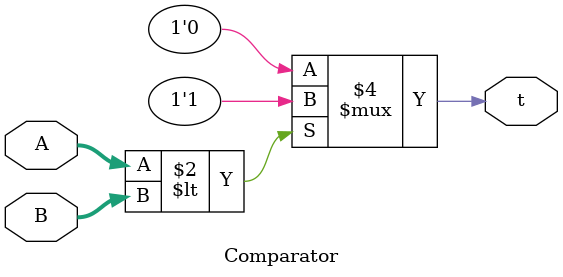
<source format=v>
`timescale 1ns / 1ps

module Comparator(
    input [3:0] A,
    input [3:0] B,
    output reg t
    );
    
always@ (A,B)    
begin
    
     if (A < B)
         begin
         t=1'b1;
         end   
     else
         begin
         t=1'b0;
         end 
       
end    
endmodule

</source>
